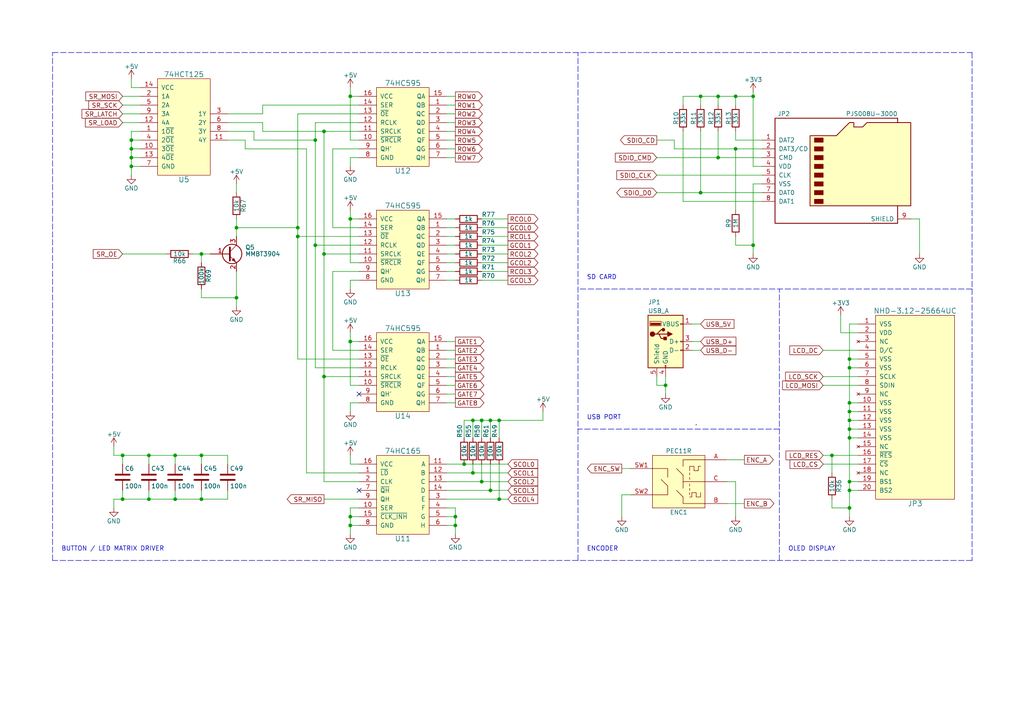
<source format=kicad_sch>
(kicad_sch (version 20211123) (generator eeschema)
  (paper "A4")
  (title_block (title "PER|FORMER eurorack sequencer") (date "2018-10-09") (rev "1.0") (company "westlicht") (comment 1 "cc-by-nc-sa"))
  (lib_symbols
    (symbol "Connector:Micro_SD_Card" (pin_names (offset 1.016))
      (property "Reference" "J" (at -16.51 15.24 0))
      (property "Value" "Micro_SD_Card" (at 16.51 15.24 0))
      (symbol "Micro_SD_Card_1_1"
        (pin bidirectional line (at -22.86 7.62 0) (length 3.81) (name "DAT2") (number "1"))
        (pin bidirectional line (at -22.86 5.08 0) (length 3.81) (name "DAT3/CD") (number "2"))
        (pin input line (at -22.86 2.54 0) (length 3.81) (name "CMD") (number "3"))
        (pin power_in line (at -22.86 0 0) (length 3.81) (name "VDD") (number "4"))
        (pin input line (at -22.86 -2.54 0) (length 3.81) (name "CLK") (number "5"))
        (pin power_in line (at -22.86 -5.08 0) (length 3.81) (name "VSS") (number "6"))
        (pin bidirectional line (at -22.86 -7.62 0) (length 3.81) (name "DAT0") (number "7"))
        (pin bidirectional line (at -22.86 -10.16 0) (length 3.81) (name "DAT1") (number "8"))
        (pin passive line (at 20.32 -15.24 180) (length 3.81) (name "SHIELD") (number "9"))
      )
    )
    (symbol "Connector:USB_A" (pin_names (offset 1.016))
      (property "Reference" "J" (at -5.08 11.43 0))
      (property "Value" "USB_A" (at -5.08 8.89 0))
      (symbol "USB_A_1_1"
        (pin power_in line (at 7.62 5.08 180) (length 2.54) (name "VBUS") (number "1"))
        (pin bidirectional line (at 7.62 -2.54 180) (length 2.54) (name "D-") (number "2"))
        (pin bidirectional line (at 7.62 0 180) (length 2.54) (name "D+") (number "3"))
        (pin power_in line (at 0 -10.16 90) (length 2.54) (name "GND") (number "4"))
        (pin passive line (at -2.54 -10.16 90) (length 2.54) (name "Shield") (number "5"))
      )
    )
    (symbol "Device:C" (pin_numbers hide) (pin_names (offset 0.254))
      (property "Reference" "C" (at 0.635 2.54 0))
      (property "Value" "C" (at 0.635 -2.54 0))
      (symbol "C_1_1"
        (pin passive line (at 0 3.81 270) (length 2.794) (name "~") (number "1"))
        (pin passive line (at 0 -3.81 90) (length 2.794) (name "~") (number "2"))
      )
    )
    (symbol "Device:R" (pin_numbers hide) (pin_names (offset 0))
      (property "Reference" "R" (at 2.032 0 90))
      (property "Value" "R" (at 0 0 90))
      (symbol "R_1_1"
        (pin passive line (at 0 3.81 270) (length 1.27) (name "~") (number "1"))
        (pin passive line (at 0 -3.81 90) (length 1.27) (name "~") (number "2"))
      )
    )
    (symbol "Transistor_BJT:MMBT3904" (pin_names (offset 0) hide)
      (property "Reference" "Q" (at 5.08 1.905 0))
      (property "Value" "MMBT3904" (at 5.08 0 0))
      (symbol "MMBT3904_1_1"
        (pin input line (at -5.08 0 0) (length 5.715) (name "B") (number "1"))
        (pin passive line (at 2.54 -5.08 90) (length 2.54) (name "E") (number "2"))
        (pin passive line (at 2.54 5.08 270) (length 2.54) (name "C") (number "3"))
      )
    )
    (symbol "power:+3.3V" (power) (pin_names (offset 0))
      (property "Value" "+3.3V" (at 0 3.556 0))
      (symbol "+3.3V_1_1"
        (pin power_in line (at 0 0 90) (length 0) hide (name "+3V3") (number "1"))
      )
    )
    (symbol "power:+5V" (power) (pin_names (offset 0))
      (property "Value" "+5V" (at 0 3.556 0))
      (symbol "+5V_1_1"
        (pin power_in line (at 0 0 90) (length 0) hide (name "+5V") (number "1"))
      )
    )
    (symbol "power:GND" (power) (pin_names (offset 0))
      (property "Value" "GND" (at 0 -3.81 0))
      (symbol "GND_1_1"
        (pin power_in line (at 0 0 270) (length 0) hide (name "GND") (number "1"))
      )
    )
    (symbol "w_lcd:NHD-3.12-25664UC" (pin_names (offset 1.016))
      (property "Reference" "J" (at 16.51 -52.07 0))
      (property "Value" "w_lcd_NHD-3.12-25664UC" (at 16.51 3.81 0))
      (symbol "NHD-3.12-25664UC_1_1"
        (pin power_in line (at 0 0 0) (length 5.08) (name "VSS") (number "1"))
        (pin power_in line (at 0 -22.86 0) (length 5.08) (name "VSS") (number "10"))
        (pin power_in line (at 0 -25.4 0) (length 5.08) (name "VSS") (number "11"))
        (pin power_in line (at 0 -27.94 0) (length 5.08) (name "VSS") (number "12"))
        (pin power_in line (at 0 -30.48 0) (length 5.08) (name "VSS") (number "13"))
        (pin power_in line (at 0 -33.02 0) (length 5.08) (name "VSS") (number "14"))
        (pin no_connect line (at 0 -35.56 0) (length 5.08) (name "NC") (number "15"))
        (pin input line (at 0 -38.1 0) (length 5.08) (name "~{RES}") (number "16"))
        (pin input line (at 0 -40.64 0) (length 5.08) (name "~{CS}") (number "17"))
        (pin no_connect line (at 0 -43.18 0) (length 5.08) (name "NC") (number "18"))
        (pin input line (at 0 -45.72 0) (length 5.08) (name "BS1") (number "19"))
        (pin power_in line (at 0 -2.54 0) (length 5.08) (name "VDD") (number "2"))
        (pin input line (at 0 -48.26 0) (length 5.08) (name "BS2") (number "20"))
        (pin no_connect line (at 0 -5.08 0) (length 5.08) (name "NC") (number "3"))
        (pin input line (at 0 -7.62 0) (length 5.08) (name "D/C") (number "4"))
        (pin power_in line (at 0 -10.16 0) (length 5.08) (name "VSS") (number "5"))
        (pin power_in line (at 0 -12.7 0) (length 5.08) (name "VSS") (number "6"))
        (pin input line (at 0 -15.24 0) (length 5.08) (name "SCLK") (number "7"))
        (pin input line (at 0 -17.78 0) (length 5.08) (name "SDIN") (number "8"))
        (pin no_connect line (at 0 -20.32 0) (length 5.08) (name "NC") (number "9"))
      )
    )
    (symbol "w_logic:74HC165" (pin_names (offset 1.016))
      (property "Reference" "U" (at 12.7 -21.59 0))
      (property "Value" "w_logic_74HC165" (at 12.7 3.81 0))
      (symbol "74HC165_1_1"
        (pin input line (at 0 -2.54 0) (length 5.08) (name "~{LD}") (number "1"))
        (pin input line (at 0 -12.7 0) (length 5.08) (name "SER") (number "10"))
        (pin input line (at 25.4 0 180) (length 5.08) (name "A") (number "11"))
        (pin input line (at 25.4 -2.54 180) (length 5.08) (name "B") (number "12"))
        (pin input line (at 25.4 -5.08 180) (length 5.08) (name "C") (number "13"))
        (pin input line (at 25.4 -7.62 180) (length 5.08) (name "D") (number "14"))
        (pin input line (at 0 -15.24 0) (length 5.08) (name "~{CLK_INH}") (number "15"))
        (pin power_in line (at 0 0 0) (length 5.08) (name "VCC") (number "16"))
        (pin input line (at 0 -5.08 0) (length 5.08) (name "CLK") (number "2"))
        (pin input line (at 25.4 -10.16 180) (length 5.08) (name "E") (number "3"))
        (pin input line (at 25.4 -12.7 180) (length 5.08) (name "F") (number "4"))
        (pin input line (at 25.4 -15.24 180) (length 5.08) (name "G") (number "5"))
        (pin input line (at 25.4 -17.78 180) (length 5.08) (name "H") (number "6"))
        (pin output line (at 0 -7.62 0) (length 5.08) (name "~{QH}") (number "7"))
        (pin power_in line (at 0 -17.78 0) (length 5.08) (name "GND") (number "8"))
        (pin output line (at 0 -10.16 0) (length 5.08) (name "QH") (number "9"))
      )
    )
    (symbol "w_logic:74HC595" (pin_names (offset 1.016))
      (property "Reference" "U" (at 12.7 -21.59 0))
      (property "Value" "w_logic_74HC595" (at 12.7 3.81 0))
      (symbol "74HC595_1_1"
        (pin tri_state line (at 25.4 -2.54 180) (length 5.08) (name "QB") (number "1"))
        (pin input line (at 0 -12.7 0) (length 5.08) (name "~{SRCLR}") (number "10"))
        (pin input line (at 0 -10.16 0) (length 5.08) (name "SRCLK") (number "11"))
        (pin input line (at 0 -7.62 0) (length 5.08) (name "RCLK") (number "12"))
        (pin input line (at 0 -5.08 0) (length 5.08) (name "~{OE}") (number "13"))
        (pin input line (at 0 -2.54 0) (length 5.08) (name "SER") (number "14"))
        (pin tri_state line (at 25.4 0 180) (length 5.08) (name "QA") (number "15"))
        (pin power_in line (at 0 0 0) (length 5.08) (name "VCC") (number "16"))
        (pin tri_state line (at 25.4 -5.08 180) (length 5.08) (name "QC") (number "2"))
        (pin tri_state line (at 25.4 -7.62 180) (length 5.08) (name "QD") (number "3"))
        (pin tri_state line (at 25.4 -10.16 180) (length 5.08) (name "QE") (number "4"))
        (pin tri_state line (at 25.4 -12.7 180) (length 5.08) (name "QF") (number "5"))
        (pin tri_state line (at 25.4 -15.24 180) (length 5.08) (name "QG") (number "6"))
        (pin tri_state line (at 25.4 -17.78 180) (length 5.08) (name "QH") (number "7"))
        (pin power_in line (at 0 -17.78 0) (length 5.08) (name "GND") (number "8"))
        (pin output line (at 0 -15.24 0) (length 5.08) (name "QH'") (number "9"))
      )
    )
    (symbol "w_logic:74HCT125" (pin_names (offset 1.016))
      (property "Reference" "U" (at 12.7 -26.67 0))
      (property "Value" "w_logic_74HCT125" (at 12.7 3.81 0))
      (symbol "74HCT125_1_1"
        (pin input line (at 0 -12.7 0) (length 5.08) (name "1~{OE}") (number "1"))
        (pin input line (at 0 -17.78 0) (length 5.08) (name "3~{OE}") (number "10"))
        (pin tri_state line (at 25.4 -15.24 180) (length 5.08) (name "4Y") (number "11"))
        (pin input line (at 0 -10.16 0) (length 5.08) (name "4A") (number "12"))
        (pin input line (at 0 -20.32 0) (length 5.08) (name "4~{OE}") (number "13"))
        (pin input line (at 0 0 0) (length 5.08) (name "VCC") (number "14"))
        (pin input line (at 0 -2.54 0) (length 5.08) (name "1A") (number "2"))
        (pin tri_state line (at 25.4 -7.62 180) (length 5.08) (name "1Y") (number "3"))
        (pin input line (at 0 -15.24 0) (length 5.08) (name "2~{OE}") (number "4"))
        (pin input line (at 0 -5.08 0) (length 5.08) (name "2A") (number "5"))
        (pin tri_state line (at 25.4 -10.16 180) (length 5.08) (name "2Y") (number "6"))
        (pin output line (at 0 -22.86 0) (length 5.08) (name "GND") (number "7"))
        (pin tri_state line (at 25.4 -12.7 180) (length 5.08) (name "3Y") (number "8"))
        (pin input line (at 0 -7.62 0) (length 5.08) (name "3A") (number "9"))
      )
    )
    (symbol "w_rotary_encoder:ALPS-STEC12E08" (pin_names (offset 1.016))
      (property "Reference" "ENC" (at 0 -8.89 0))
      (property "Value" "w_rotary_encoder_ALPS-STEC12E08" (at 0 8.89 0))
      (symbol "ALPS-STEC12E08_1_1"
        (pin passive line (at 13.97 6.35 180) (length 6.35) (name "~") (number "A"))
        (pin passive line (at 13.97 -6.35 180) (length 6.35) (name "~") (number "B"))
        (pin passive line (at 13.97 0 180) (length 6.35) (name "~") (number "C"))
        (pin passive line (at -13.97 3.81 0) (length 6.35) (name "~") (number "SW1"))
        (pin passive line (at -13.97 -3.81 0) (length 6.35) (name "~") (number "SW2"))
      )
    )
  )
  (junction (at 101.6 27.94))
  (junction (at 246.38 139.7))
  (junction (at 101.6 63.5))
  (junction (at 134.62 134.62))
  (junction (at 208.28 45.72))
  (junction (at 93.98 109.22))
  (junction (at 35.56 132.08))
  (junction (at 58.42 144.78))
  (junction (at 38.1 48.26))
  (junction (at 58.42 132.08))
  (junction (at 43.18 132.08))
  (junction (at 246.38 147.32))
  (junction (at 68.58 66.04))
  (junction (at 137.16 121.92))
  (junction (at 213.36 27.94))
  (junction (at 86.36 68.58))
  (junction (at 218.44 71.12))
  (junction (at 86.36 66.04))
  (junction (at 139.7 121.92))
  (junction (at 203.2 55.88))
  (junction (at 144.78 144.78))
  (junction (at 101.6 99.06))
  (junction (at 132.08 152.4))
  (junction (at 246.38 104.14))
  (junction (at 101.6 149.86))
  (junction (at 203.2 27.94))
  (junction (at 91.44 71.12))
  (junction (at 246.38 127))
  (junction (at 50.8 132.08))
  (junction (at 68.58 86.36))
  (junction (at 246.38 116.84))
  (junction (at 58.42 73.66))
  (junction (at 139.7 139.7))
  (junction (at 38.1 43.18))
  (junction (at 246.38 106.68))
  (junction (at 142.24 142.24))
  (junction (at 246.38 119.38))
  (junction (at 137.16 137.16))
  (junction (at 208.28 27.94))
  (junction (at 132.08 149.86))
  (junction (at 213.36 43.18))
  (junction (at 43.18 144.78))
  (junction (at 241.3 132.08))
  (junction (at 35.56 144.78))
  (junction (at 50.8 144.78))
  (junction (at 91.44 40.64))
  (junction (at 142.24 121.92))
  (junction (at 144.78 121.92))
  (junction (at 38.1 45.72))
  (junction (at 101.6 152.4))
  (junction (at 38.1 40.64))
  (junction (at 246.38 121.92))
  (junction (at 93.98 38.1))
  (junction (at 246.38 142.24))
  (junction (at 193.04 111.76))
  (junction (at 246.38 124.46))
  (junction (at 218.44 27.94))
  (junction (at 93.98 73.66))
  (no_connect (at 104.14 142.24))
  (no_connect (at 104.14 114.3))
  (wire (pts (xy 129.54 109.22) (xy 132.08 109.22)))
  (wire (pts (xy 198.12 58.42) (xy 220.98 58.42)))
  (wire (pts (xy 218.44 27.94) (xy 218.44 48.26)))
  (wire (pts (xy 58.42 132.08) (xy 66.04 132.08)))
  (wire (pts (xy 68.58 86.36) (xy 68.58 88.9)))
  (wire (pts (xy 58.42 76.2) (xy 58.42 73.66)))
  (wire (pts (xy 139.7 78.74) (xy 147.32 78.74)))
  (wire (pts (xy 73.66 38.1) (xy 66.04 38.1)))
  (wire (pts (xy 129.54 147.32) (xy 132.08 147.32)))
  (polyline (pts (xy 281.94 162.56) (xy 15.24 162.56)))
  (wire (pts (xy 180.34 135.89) (xy 182.88 135.89)))
  (wire (pts (xy 208.28 45.72) (xy 220.98 45.72)))
  (wire (pts (xy 58.42 86.36) (xy 68.58 86.36)))
  (wire (pts (xy 248.92 93.98) (xy 246.38 93.98)))
  (wire (pts (xy 129.54 144.78) (xy 144.78 144.78)))
  (wire (pts (xy 203.2 55.88) (xy 220.98 55.88)))
  (wire (pts (xy 33.02 144.78) (xy 35.56 144.78)))
  (wire (pts (xy 190.5 109.22) (xy 190.5 111.76)))
  (wire (pts (xy 246.38 106.68) (xy 246.38 116.84)))
  (wire (pts (xy 33.02 132.08) (xy 33.02 129.54)))
  (wire (pts (xy 129.54 68.58) (xy 132.08 68.58)))
  (wire (pts (xy 213.36 27.94) (xy 213.36 30.48)))
  (wire (pts (xy 137.16 127) (xy 137.16 121.92)))
  (wire (pts (xy 248.92 96.52) (xy 243.84 96.52)))
  (wire (pts (xy 93.98 144.78) (xy 104.14 144.78)))
  (wire (pts (xy 101.6 152.4) (xy 104.14 152.4)))
  (wire (pts (xy 137.16 134.62) (xy 137.16 137.16)))
  (wire (pts (xy 35.56 33.02) (xy 40.64 33.02)))
  (wire (pts (xy 38.1 45.72) (xy 38.1 48.26)))
  (wire (pts (xy 246.38 147.32) (xy 246.38 149.86)))
  (wire (pts (xy 91.44 35.56) (xy 91.44 40.64)))
  (wire (pts (xy 200.66 99.06) (xy 203.2 99.06)))
  (wire (pts (xy 129.54 63.5) (xy 132.08 63.5)))
  (wire (pts (xy 134.62 134.62) (xy 147.32 134.62)))
  (wire (pts (xy 129.54 111.76) (xy 132.08 111.76)))
  (wire (pts (xy 198.12 27.94) (xy 203.2 27.94)))
  (wire (pts (xy 218.44 71.12) (xy 218.44 73.66)))
  (wire (pts (xy 35.56 132.08) (xy 43.18 132.08)))
  (wire (pts (xy 68.58 78.74) (xy 68.58 86.36)))
  (wire (pts (xy 76.2 30.48) (xy 104.14 30.48)))
  (wire (pts (xy 147.32 66.04) (xy 139.7 66.04)))
  (wire (pts (xy 241.3 144.78) (xy 241.3 147.32)))
  (wire (pts (xy 144.78 121.92) (xy 157.48 121.92)))
  (wire (pts (xy 104.14 147.32) (xy 101.6 147.32)))
  (wire (pts (xy 104.14 45.72) (xy 101.6 45.72)))
  (wire (pts (xy 58.42 73.66) (xy 60.96 73.66)))
  (polyline (pts (xy 226.06 162.56) (xy 226.06 83.82)))
  (wire (pts (xy 246.38 124.46) (xy 248.92 124.46)))
  (wire (pts (xy 193.04 111.76) (xy 193.04 114.3)))
  (wire (pts (xy 43.18 132.08) (xy 43.18 134.62)))
  (wire (pts (xy 243.84 96.52) (xy 243.84 91.44)))
  (wire (pts (xy 142.24 134.62) (xy 142.24 142.24)))
  (wire (pts (xy 66.04 144.78) (xy 66.04 142.24)))
  (wire (pts (xy 266.7 63.5) (xy 266.7 73.66)))
  (wire (pts (xy 38.1 38.1) (xy 38.1 40.64)))
  (wire (pts (xy 50.8 132.08) (xy 50.8 134.62)))
  (wire (pts (xy 104.14 43.18) (xy 96.52 43.18)))
  (wire (pts (xy 76.2 38.1) (xy 93.98 38.1)))
  (wire (pts (xy 139.7 71.12) (xy 147.32 71.12)))
  (wire (pts (xy 218.44 53.34) (xy 220.98 53.34)))
  (wire (pts (xy 246.38 139.7) (xy 248.92 139.7)))
  (wire (pts (xy 208.28 30.48) (xy 208.28 27.94)))
  (wire (pts (xy 203.2 30.48) (xy 203.2 27.94)))
  (wire (pts (xy 132.08 149.86) (xy 132.08 152.4)))
  (wire (pts (xy 68.58 63.5) (xy 68.58 66.04)))
  (wire (pts (xy 139.7 127) (xy 139.7 121.92)))
  (wire (pts (xy 104.14 71.12) (xy 91.44 71.12)))
  (wire (pts (xy 101.6 152.4) (xy 101.6 154.94)))
  (wire (pts (xy 33.02 144.78) (xy 33.02 147.32)))
  (wire (pts (xy 129.54 43.18) (xy 132.08 43.18)))
  (wire (pts (xy 50.8 144.78) (xy 58.42 144.78)))
  (wire (pts (xy 264.16 63.5) (xy 266.7 63.5)))
  (wire (pts (xy 139.7 81.28) (xy 147.32 81.28)))
  (wire (pts (xy 93.98 139.7) (xy 104.14 139.7)))
  (wire (pts (xy 66.04 40.64) (xy 71.12 40.64)))
  (wire (pts (xy 73.66 40.64) (xy 73.66 38.1)))
  (wire (pts (xy 157.48 121.92) (xy 157.48 119.38)))
  (wire (pts (xy 91.44 35.56) (xy 104.14 35.56)))
  (wire (pts (xy 210.82 133.35) (xy 215.9 133.35)))
  (wire (pts (xy 129.54 27.94) (xy 132.08 27.94)))
  (wire (pts (xy 43.18 144.78) (xy 50.8 144.78)))
  (wire (pts (xy 218.44 26.67) (xy 218.44 27.94)))
  (wire (pts (xy 104.14 81.28) (xy 101.6 81.28)))
  (wire (pts (xy 40.64 38.1) (xy 38.1 38.1)))
  (wire (pts (xy 246.38 127) (xy 248.92 127)))
  (wire (pts (xy 238.76 132.08) (xy 241.3 132.08)))
  (wire (pts (xy 86.36 33.02) (xy 104.14 33.02)))
  (wire (pts (xy 220.98 40.64) (xy 213.36 40.64)))
  (wire (pts (xy 68.58 53.34) (xy 68.58 55.88)))
  (wire (pts (xy 190.5 111.76) (xy 193.04 111.76)))
  (wire (pts (xy 58.42 83.82) (xy 58.42 86.36)))
  (wire (pts (xy 246.38 116.84) (xy 246.38 119.38)))
  (wire (pts (xy 246.38 127) (xy 246.38 139.7)))
  (wire (pts (xy 139.7 68.58) (xy 147.32 68.58)))
  (wire (pts (xy 43.18 132.08) (xy 50.8 132.08)))
  (wire (pts (xy 96.52 66.04) (xy 104.14 66.04)))
  (wire (pts (xy 134.62 127) (xy 134.62 121.92)))
  (wire (pts (xy 129.54 137.16) (xy 137.16 137.16)))
  (wire (pts (xy 144.78 144.78) (xy 147.32 144.78)))
  (wire (pts (xy 213.36 27.94) (xy 218.44 27.94)))
  (wire (pts (xy 101.6 134.62) (xy 104.14 134.62)))
  (wire (pts (xy 91.44 40.64) (xy 73.66 40.64)))
  (wire (pts (xy 213.36 71.12) (xy 218.44 71.12)))
  (wire (pts (xy 96.52 43.18) (xy 96.52 66.04)))
  (wire (pts (xy 129.54 30.48) (xy 132.08 30.48)))
  (wire (pts (xy 137.16 121.92) (xy 139.7 121.92)))
  (wire (pts (xy 76.2 30.48) (xy 76.2 33.02)))
  (wire (pts (xy 104.14 78.74) (xy 96.52 78.74)))
  (wire (pts (xy 210.82 139.7) (xy 213.36 139.7)))
  (wire (pts (xy 238.76 134.62) (xy 248.92 134.62)))
  (wire (pts (xy 200.66 101.6) (xy 203.2 101.6)))
  (polyline (pts (xy 281.94 15.24) (xy 281.94 162.56)))
  (wire (pts (xy 129.54 116.84) (xy 132.08 116.84)))
  (wire (pts (xy 213.36 68.58) (xy 213.36 71.12)))
  (wire (pts (xy 88.9 137.16) (xy 104.14 137.16)))
  (wire (pts (xy 246.38 142.24) (xy 248.92 142.24)))
  (wire (pts (xy 190.5 55.88) (xy 203.2 55.88)))
  (wire (pts (xy 246.38 106.68) (xy 248.92 106.68)))
  (wire (pts (xy 129.54 142.24) (xy 142.24 142.24)))
  (wire (pts (xy 68.58 66.04) (xy 68.58 68.58)))
  (wire (pts (xy 195.58 40.64) (xy 190.5 40.64)))
  (wire (pts (xy 40.64 48.26) (xy 38.1 48.26)))
  (wire (pts (xy 213.36 43.18) (xy 213.36 60.96)))
  (wire (pts (xy 142.24 127) (xy 142.24 121.92)))
  (wire (pts (xy 38.1 40.64) (xy 38.1 43.18)))
  (wire (pts (xy 55.88 73.66) (xy 58.42 73.66)))
  (wire (pts (xy 129.54 40.64) (xy 132.08 40.64)))
  (wire (pts (xy 246.38 104.14) (xy 246.38 106.68)))
  (wire (pts (xy 129.54 71.12) (xy 132.08 71.12)))
  (wire (pts (xy 35.56 142.24) (xy 35.56 144.78)))
  (wire (pts (xy 58.42 144.78) (xy 58.42 142.24)))
  (wire (pts (xy 144.78 121.92) (xy 144.78 127)))
  (wire (pts (xy 142.24 121.92) (xy 144.78 121.92)))
  (wire (pts (xy 33.02 132.08) (xy 35.56 132.08)))
  (wire (pts (xy 71.12 40.64) (xy 71.12 43.18)))
  (wire (pts (xy 101.6 116.84) (xy 101.6 119.38)))
  (wire (pts (xy 129.54 104.14) (xy 132.08 104.14)))
  (wire (pts (xy 238.76 109.22) (xy 248.92 109.22)))
  (wire (pts (xy 129.54 76.2) (xy 132.08 76.2)))
  (wire (pts (xy 38.1 22.86) (xy 38.1 25.4)))
  (wire (pts (xy 93.98 73.66) (xy 93.98 109.22)))
  (wire (pts (xy 241.3 147.32) (xy 246.38 147.32)))
  (wire (pts (xy 198.12 38.1) (xy 198.12 58.42)))
  (wire (pts (xy 193.04 109.22) (xy 193.04 111.76)))
  (wire (pts (xy 129.54 152.4) (xy 132.08 152.4)))
  (wire (pts (xy 48.26 73.66) (xy 35.56 73.66)))
  (wire (pts (xy 241.3 132.08) (xy 241.3 137.16)))
  (wire (pts (xy 58.42 144.78) (xy 66.04 144.78)))
  (wire (pts (xy 246.38 121.92) (xy 246.38 124.46)))
  (wire (pts (xy 101.6 132.08) (xy 101.6 134.62)))
  (wire (pts (xy 86.36 66.04) (xy 86.36 68.58)))
  (wire (pts (xy 76.2 35.56) (xy 66.04 35.56)))
  (polyline (pts (xy 167.64 162.56) (xy 167.64 15.24)))
  (wire (pts (xy 101.6 27.94) (xy 104.14 27.94)))
  (wire (pts (xy 101.6 81.28) (xy 101.6 83.82)))
  (wire (pts (xy 66.04 132.08) (xy 66.04 134.62)))
  (wire (pts (xy 50.8 142.24) (xy 50.8 144.78)))
  (wire (pts (xy 101.6 147.32) (xy 101.6 149.86)))
  (polyline (pts (xy 281.94 83.82) (xy 167.64 83.82)))
  (wire (pts (xy 203.2 27.94) (xy 208.28 27.94)))
  (wire (pts (xy 129.54 73.66) (xy 132.08 73.66)))
  (wire (pts (xy 101.6 45.72) (xy 101.6 48.26)))
  (wire (pts (xy 91.44 40.64) (xy 91.44 71.12)))
  (wire (pts (xy 91.44 106.68) (xy 104.14 106.68)))
  (wire (pts (xy 86.36 104.14) (xy 104.14 104.14)))
  (wire (pts (xy 35.56 35.56) (xy 40.64 35.56)))
  (wire (pts (xy 129.54 38.1) (xy 132.08 38.1)))
  (wire (pts (xy 71.12 43.18) (xy 88.9 43.18)))
  (wire (pts (xy 139.7 139.7) (xy 147.32 139.7)))
  (wire (pts (xy 129.54 33.02) (xy 132.08 33.02)))
  (wire (pts (xy 40.64 40.64) (xy 38.1 40.64)))
  (wire (pts (xy 101.6 111.76) (xy 104.14 111.76)))
  (wire (pts (xy 218.44 48.26) (xy 220.98 48.26)))
  (wire (pts (xy 101.6 99.06) (xy 104.14 99.06)))
  (wire (pts (xy 50.8 132.08) (xy 58.42 132.08)))
  (wire (pts (xy 93.98 38.1) (xy 104.14 38.1)))
  (wire (pts (xy 40.64 45.72) (xy 38.1 45.72)))
  (wire (pts (xy 40.64 43.18) (xy 38.1 43.18)))
  (wire (pts (xy 208.28 38.1) (xy 208.28 45.72)))
  (wire (pts (xy 93.98 109.22) (xy 93.98 139.7)))
  (wire (pts (xy 180.34 143.51) (xy 180.34 149.86)))
  (wire (pts (xy 213.36 40.64) (xy 213.36 38.1)))
  (wire (pts (xy 139.7 76.2) (xy 147.32 76.2)))
  (wire (pts (xy 129.54 114.3) (xy 132.08 114.3)))
  (wire (pts (xy 190.5 45.72) (xy 208.28 45.72)))
  (wire (pts (xy 101.6 63.5) (xy 101.6 76.2)))
  (wire (pts (xy 129.54 106.68) (xy 132.08 106.68)))
  (wire (pts (xy 93.98 38.1) (xy 93.98 73.66)))
  (wire (pts (xy 129.54 45.72) (xy 132.08 45.72)))
  (wire (pts (xy 195.58 43.18) (xy 213.36 43.18)))
  (wire (pts (xy 86.36 68.58) (xy 86.36 104.14)))
  (wire (pts (xy 210.82 146.05) (xy 215.9 146.05)))
  (wire (pts (xy 96.52 78.74) (xy 96.52 101.6)))
  (wire (pts (xy 241.3 132.08) (xy 248.92 132.08)))
  (wire (pts (xy 43.18 142.24) (xy 43.18 144.78)))
  (wire (pts (xy 35.56 144.78) (xy 43.18 144.78)))
  (wire (pts (xy 203.2 93.98) (xy 200.66 93.98)))
  (wire (pts (xy 139.7 73.66) (xy 147.32 73.66)))
  (wire (pts (xy 129.54 99.06) (xy 132.08 99.06)))
  (wire (pts (xy 96.52 101.6) (xy 104.14 101.6)))
  (wire (pts (xy 182.88 143.51) (xy 180.34 143.51)))
  (wire (pts (xy 104.14 116.84) (xy 101.6 116.84)))
  (wire (pts (xy 218.44 53.34) (xy 218.44 71.12)))
  (wire (pts (xy 101.6 96.52) (xy 101.6 99.06)))
  (wire (pts (xy 93.98 73.66) (xy 104.14 73.66)))
  (wire (pts (xy 101.6 40.64) (xy 104.14 40.64)))
  (wire (pts (xy 139.7 63.5) (xy 147.32 63.5)))
  (wire (pts (xy 246.38 142.24) (xy 246.38 147.32)))
  (wire (pts (xy 139.7 121.92) (xy 142.24 121.92)))
  (wire (pts (xy 137.16 137.16) (xy 147.32 137.16)))
  (wire (pts (xy 246.38 119.38) (xy 248.92 119.38)))
  (wire (pts (xy 139.7 134.62) (xy 139.7 139.7)))
  (wire (pts (xy 195.58 43.18) (xy 195.58 40.64)))
  (wire (pts (xy 246.38 119.38) (xy 246.38 121.92)))
  (wire (pts (xy 88.9 43.18) (xy 88.9 137.16)))
  (wire (pts (xy 238.76 101.6) (xy 248.92 101.6)))
  (wire (pts (xy 144.78 134.62) (xy 144.78 144.78)))
  (wire (pts (xy 198.12 30.48) (xy 198.12 27.94)))
  (wire (pts (xy 38.1 25.4) (xy 40.64 25.4)))
  (wire (pts (xy 101.6 25.4) (xy 101.6 27.94)))
  (wire (pts (xy 238.76 111.76) (xy 248.92 111.76)))
  (wire (pts (xy 101.6 76.2) (xy 104.14 76.2)))
  (wire (pts (xy 101.6 27.94) (xy 101.6 40.64)))
  (wire (pts (xy 246.38 104.14) (xy 248.92 104.14)))
  (wire (pts (xy 129.54 101.6) (xy 132.08 101.6)))
  (wire (pts (xy 246.38 116.84) (xy 248.92 116.84)))
  (wire (pts (xy 76.2 38.1) (xy 76.2 35.56)))
  (wire (pts (xy 101.6 149.86) (xy 101.6 152.4)))
  (wire (pts (xy 58.42 132.08) (xy 58.42 134.62)))
  (wire (pts (xy 35.56 132.08) (xy 35.56 134.62)))
  (wire (pts (xy 93.98 109.22) (xy 104.14 109.22)))
  (wire (pts (xy 129.54 134.62) (xy 134.62 134.62)))
  (wire (pts (xy 129.54 66.04) (xy 132.08 66.04)))
  (wire (pts (xy 35.56 30.48) (xy 40.64 30.48)))
  (wire (pts (xy 91.44 71.12) (xy 91.44 106.68)))
  (wire (pts (xy 203.2 38.1) (xy 203.2 55.88)))
  (wire (pts (xy 190.5 50.8) (xy 220.98 50.8)))
  (wire (pts (xy 213.36 43.18) (xy 220.98 43.18)))
  (wire (pts (xy 35.56 27.94) (xy 40.64 27.94)))
  (wire (pts (xy 129.54 78.74) (xy 132.08 78.74)))
  (wire (pts (xy 132.08 147.32) (xy 132.08 149.86)))
  (wire (pts (xy 129.54 149.86) (xy 132.08 149.86)))
  (wire (pts (xy 246.38 93.98) (xy 246.38 104.14)))
  (wire (pts (xy 129.54 35.56) (xy 132.08 35.56)))
  (wire (pts (xy 38.1 43.18) (xy 38.1 45.72)))
  (wire (pts (xy 101.6 63.5) (xy 104.14 63.5)))
  (wire (pts (xy 246.38 124.46) (xy 246.38 127)))
  (wire (pts (xy 104.14 149.86) (xy 101.6 149.86)))
  (wire (pts (xy 101.6 60.96) (xy 101.6 63.5)))
  (wire (pts (xy 246.38 121.92) (xy 248.92 121.92)))
  (wire (pts (xy 86.36 33.02) (xy 86.36 66.04)))
  (polyline (pts (xy 15.24 162.56) (xy 15.24 15.24)))
  (wire (pts (xy 246.38 139.7) (xy 246.38 142.24)))
  (wire (pts (xy 68.58 66.04) (xy 86.36 66.04)))
  (wire (pts (xy 208.28 27.94) (xy 213.36 27.94)))
  (wire (pts (xy 132.08 152.4) (xy 132.08 154.94)))
  (wire (pts (xy 76.2 33.02) (xy 66.04 33.02)))
  (wire (pts (xy 129.54 139.7) (xy 139.7 139.7)))
  (wire (pts (xy 134.62 121.92) (xy 137.16 121.92)))
  (wire (pts (xy 104.14 68.58) (xy 86.36 68.58)))
  (polyline (pts (xy 15.24 15.24) (xy 281.94 15.24)))
  (polyline (pts (xy 226.06 124.46) (xy 167.64 124.46)))
  (wire (pts (xy 213.36 139.7) (xy 213.36 149.86)))
  (wire (pts (xy 129.54 81.28) (xy 132.08 81.28)))
  (wire (pts (xy 101.6 99.06) (xy 101.6 111.76)))
  (wire (pts (xy 38.1 48.26) (xy 38.1 50.8)))
  (wire (pts (xy 142.24 142.24) (xy 147.32 142.24)))
  (text "OLED DISPLAY" (at 228.6 160.02 0) (effects (font (size 1.2954 1.2954)) (justify left bottom)))
  (text "USB PORT" (at 170.18 121.92 0) (effects (font (size 1.2954 1.2954)) (justify left bottom)))
  (text "BUTTON / LED MATRIX DRIVER" (at 17.78 160.02 0) (effects (font (size 1.2954 1.2954)) (justify left bottom)))
  (text "ENCODER" (at 170.18 160.02 0) (effects (font (size 1.2954 1.2954)) (justify left bottom)))
  (text "SD CARD" (at 170.18 81.28 0) (effects (font (size 1.2954 1.2954)) (justify left bottom)))
  (global_label "LCD_RES" (shape input) (at 238.76 132.08 180) (effects (font (size 1.2954 1.2954))) (property "Intersheet References" "${INTERSHEET_REFS}" (effects hide)))
  (global_label "LCD_SCK" (shape input) (at 238.76 109.22 180) (effects (font (size 1.2954 1.2954))) (property "Intersheet References" "${INTERSHEET_REFS}" (effects hide)))
  (global_label "GATE1" (shape output) (at 132.08 99.06 0) (effects (font (size 1.2954 1.2954))) (property "Intersheet References" "${INTERSHEET_REFS}" (effects hide)))
  (global_label "USB_D+" (shape input) (at 203.2 99.06 0) (effects (font (size 1.2954 1.2954))) (property "Intersheet References" "${INTERSHEET_REFS}" (effects hide)))
  (global_label "SR_OE" (shape input) (at 35.56 73.66 180) (effects (font (size 1.2954 1.2954))) (property "Intersheet References" "${INTERSHEET_REFS}" (effects hide)))
  (global_label "SCOL2" (shape input) (at 147.32 139.7 0) (effects (font (size 1.2954 1.2954))) (property "Intersheet References" "${INTERSHEET_REFS}" (effects hide)))
  (global_label "ROW4" (shape output) (at 132.08 38.1 0) (effects (font (size 1.2954 1.2954))) (property "Intersheet References" "${INTERSHEET_REFS}" (effects hide)))
  (global_label "ROW5" (shape output) (at 132.08 40.64 0) (effects (font (size 1.2954 1.2954))) (property "Intersheet References" "${INTERSHEET_REFS}" (effects hide)))
  (global_label "ROW1" (shape output) (at 132.08 30.48 0) (effects (font (size 1.2954 1.2954))) (property "Intersheet References" "${INTERSHEET_REFS}" (effects hide)))
  (global_label "GATE2" (shape output) (at 132.08 101.6 0) (effects (font (size 1.2954 1.2954))) (property "Intersheet References" "${INTERSHEET_REFS}" (effects hide)))
  (global_label "ROW6" (shape output) (at 132.08 43.18 0) (effects (font (size 1.2954 1.2954))) (property "Intersheet References" "${INTERSHEET_REFS}" (effects hide)))
  (global_label "GCOL0" (shape output) (at 147.32 66.04 0) (effects (font (size 1.2954 1.2954))) (property "Intersheet References" "${INTERSHEET_REFS}" (effects hide)))
  (global_label "ROW7" (shape output) (at 132.08 45.72 0) (effects (font (size 1.2954 1.2954))) (property "Intersheet References" "${INTERSHEET_REFS}" (effects hide)))
  (global_label "RCOL2" (shape output) (at 147.32 73.66 0) (effects (font (size 1.2954 1.2954))) (property "Intersheet References" "${INTERSHEET_REFS}" (effects hide)))
  (global_label "GATE4" (shape output) (at 132.08 106.68 0) (effects (font (size 1.2954 1.2954))) (property "Intersheet References" "${INTERSHEET_REFS}" (effects hide)))
  (global_label "SCOL1" (shape input) (at 147.32 137.16 0) (effects (font (size 1.2954 1.2954))) (property "Intersheet References" "${INTERSHEET_REFS}" (effects hide)))
  (global_label "SR_SCK" (shape input) (at 35.56 30.48 180) (effects (font (size 1.2954 1.2954))) (property "Intersheet References" "${INTERSHEET_REFS}" (effects hide)))
  (global_label "RCOL1" (shape output) (at 147.32 68.58 0) (effects (font (size 1.2954 1.2954))) (property "Intersheet References" "${INTERSHEET_REFS}" (effects hide)))
  (global_label "SCOL4" (shape input) (at 147.32 144.78 0) (effects (font (size 1.2954 1.2954))) (property "Intersheet References" "${INTERSHEET_REFS}" (effects hide)))
  (global_label "LCD_CS" (shape input) (at 238.76 134.62 180) (effects (font (size 1.2954 1.2954))) (property "Intersheet References" "${INTERSHEET_REFS}" (effects hide)))
  (global_label "ROW3" (shape output) (at 132.08 35.56 0) (effects (font (size 1.2954 1.2954))) (property "Intersheet References" "${INTERSHEET_REFS}" (effects hide)))
  (global_label "GCOL3" (shape output) (at 147.32 81.28 0) (effects (font (size 1.2954 1.2954))) (property "Intersheet References" "${INTERSHEET_REFS}" (effects hide)))
  (global_label "USB_5V" (shape input) (at 203.2 93.98 0) (effects (font (size 1.2954 1.2954))) (property "Intersheet References" "${INTERSHEET_REFS}" (effects hide)))
  (global_label "RCOL0" (shape output) (at 147.32 63.5 0) (effects (font (size 1.2954 1.2954))) (property "Intersheet References" "${INTERSHEET_REFS}" (effects hide)))
  (global_label "LCD_MOSI" (shape input) (at 238.76 111.76 180) (effects (font (size 1.2954 1.2954))) (property "Intersheet References" "${INTERSHEET_REFS}" (effects hide)))
  (global_label "GATE5" (shape output) (at 132.08 109.22 0) (effects (font (size 1.2954 1.2954))) (property "Intersheet References" "${INTERSHEET_REFS}" (effects hide)))
  (global_label "ROW2" (shape output) (at 132.08 33.02 0) (effects (font (size 1.2954 1.2954))) (property "Intersheet References" "${INTERSHEET_REFS}" (effects hide)))
  (global_label "GCOL2" (shape output) (at 147.32 76.2 0) (effects (font (size 1.2954 1.2954))) (property "Intersheet References" "${INTERSHEET_REFS}" (effects hide)))
  (global_label "ENC_B" (shape output) (at 215.9 146.05 0) (effects (font (size 1.2954 1.2954))) (property "Intersheet References" "${INTERSHEET_REFS}" (effects hide)))
  (global_label "GCOL1" (shape output) (at 147.32 71.12 0) (effects (font (size 1.2954 1.2954))) (property "Intersheet References" "${INTERSHEET_REFS}" (effects hide)))
  (global_label "SDIO_CD" (shape output) (at 190.5 40.64 180) (effects (font (size 1.2954 1.2954))) (property "Intersheet References" "${INTERSHEET_REFS}" (effects hide)))
  (global_label "ENC_SW" (shape output) (at 180.34 135.89 180) (effects (font (size 1.2954 1.2954))) (property "Intersheet References" "${INTERSHEET_REFS}" (effects hide)))
  (global_label "SCOL3" (shape input) (at 147.32 142.24 0) (effects (font (size 1.2954 1.2954))) (property "Intersheet References" "${INTERSHEET_REFS}" (effects hide)))
  (global_label "GATE7" (shape output) (at 132.08 114.3 0) (effects (font (size 1.2954 1.2954))) (property "Intersheet References" "${INTERSHEET_REFS}" (effects hide)))
  (global_label "ENC_A" (shape output) (at 215.9 133.35 0) (effects (font (size 1.2954 1.2954))) (property "Intersheet References" "${INTERSHEET_REFS}" (effects hide)))
  (global_label "SDIO_D0" (shape bidirectional) (at 190.5 55.88 180) (effects (font (size 1.2954 1.2954))) (property "Intersheet References" "${INTERSHEET_REFS}" (effects hide)))
  (global_label "SCOL0" (shape input) (at 147.32 134.62 0) (effects (font (size 1.2954 1.2954))) (property "Intersheet References" "${INTERSHEET_REFS}" (effects hide)))
  (global_label "SR_MOSI" (shape input) (at 35.56 27.94 180) (effects (font (size 1.2954 1.2954))) (property "Intersheet References" "${INTERSHEET_REFS}" (effects hide)))
  (global_label "GATE3" (shape output) (at 132.08 104.14 0) (effects (font (size 1.2954 1.2954))) (property "Intersheet References" "${INTERSHEET_REFS}" (effects hide)))
  (global_label "ROW0" (shape output) (at 132.08 27.94 0) (effects (font (size 1.2954 1.2954))) (property "Intersheet References" "${INTERSHEET_REFS}" (effects hide)))
  (global_label "RCOL3" (shape output) (at 147.32 78.74 0) (effects (font (size 1.2954 1.2954))) (property "Intersheet References" "${INTERSHEET_REFS}" (effects hide)))
  (global_label "SDIO_CLK" (shape input) (at 190.5 50.8 180) (effects (font (size 1.2954 1.2954))) (property "Intersheet References" "${INTERSHEET_REFS}" (effects hide)))
  (global_label "GATE8" (shape output) (at 132.08 116.84 0) (effects (font (size 1.2954 1.2954))) (property "Intersheet References" "${INTERSHEET_REFS}" (effects hide)))
  (global_label "GATE6" (shape output) (at 132.08 111.76 0) (effects (font (size 1.2954 1.2954))) (property "Intersheet References" "${INTERSHEET_REFS}" (effects hide)))
  (global_label "SR_MISO" (shape output) (at 93.98 144.78 180) (effects (font (size 1.2954 1.2954))) (property "Intersheet References" "${INTERSHEET_REFS}" (effects hide)))
  (global_label "LCD_DC" (shape input) (at 238.76 101.6 180) (effects (font (size 1.2954 1.2954))) (property "Intersheet References" "${INTERSHEET_REFS}" (effects hide)))
  (global_label "SR_LOAD" (shape input) (at 35.56 35.56 180) (effects (font (size 1.2954 1.2954))) (property "Intersheet References" "${INTERSHEET_REFS}" (effects hide)))
  (global_label "SDIO_CMD" (shape input) (at 190.5 45.72 180) (effects (font (size 1.2954 1.2954))) (property "Intersheet References" "${INTERSHEET_REFS}" (effects hide)))
  (global_label "SR_LATCH" (shape input) (at 35.56 33.02 180) (effects (font (size 1.2954 1.2954))) (property "Intersheet References" "${INTERSHEET_REFS}" (effects hide)))
  (global_label "USB_D-" (shape input) (at 203.2 101.6 0) (effects (font (size 1.2954 1.2954))) (property "Intersheet References" "${INTERSHEET_REFS}" (effects hide)))
  (symbol (lib_id "w_rotary_encoder:ALPS-STEC12E08") (at 196.85 139.7 0) (unit 1)
    (property "Reference" "ENC1" (at 196.85 148.59 0))
    (property "Value" "PEC11R" (at 196.85 130.81 0))
    (property "Footprint" "w_rotary_encoder:ALPS_STEC12E08" (effects hide))
    (property "Datasheet" "http://datasheet.octopart.com/PEC11R-4220F-S0024-Bourns-datasheet-68303416.pdf" (effects hide))
    (property "MFN" "Bourns" (effects hide))
    (property "MFP" "PEC11R-4220F-S0024" (effects hide))
  )
  (symbol (lib_id "w_logic:74HC165") (at 104.14 134.62 0) (unit 1)
    (property "Reference" "U11" (at 116.84 156.21 0) (effects (font (size 1.524 1.524))))
    (property "Value" "74HC165" (at 116.84 130.81 0) (effects (font (size 1.524 1.524))))
    (property "Footprint" "Package_SO:SOIC-16_3.9x9.9mm_P1.27mm" (effects hide))
    (property "Datasheet" "https://octopart.com/click/track?ct=datasheets&hlid=24916538&ppid=35776&sid=370&sig=03765d0" (effects hide))
    (property "MFN" "Texas Instruments" (effects hide))
    (property "MFP" "SN74HC165D" (effects hide))
    (property "Package" "SOIC-16" (effects hide))
  )
  (symbol (lib_id "w_logic:74HC595") (at 104.14 27.94 0) (unit 1)
    (property "Reference" "U12" (at 116.84 49.53 0) (effects (font (size 1.524 1.524))))
    (property "Value" "74HC595" (at 116.84 24.13 0) (effects (font (size 1.524 1.524))))
    (property "Footprint" "Package_SO:SOIC-16_3.9x9.9mm_P1.27mm" (effects hide))
    (property "Datasheet" "https://octopart.com/click/track?ct=datasheets&hlid=24917219&ppid=44183&sid=370&sig=036bbbe" (effects hide))
    (property "MFN" "Texas Instruments" (effects hide))
    (property "MFP" "SN74HC595D" (effects hide))
    (property "Package" "SOIC-16" (effects hide))
  )
  (symbol (lib_id "w_logic:74HC595") (at 104.14 63.5 0) (unit 1)
    (property "Reference" "U13" (at 116.84 85.09 0) (effects (font (size 1.524 1.524))))
    (property "Value" "74HC595" (at 116.84 59.69 0) (effects (font (size 1.524 1.524))))
    (property "Footprint" "Package_SO:SOIC-16_3.9x9.9mm_P1.27mm" (effects hide))
    (property "Datasheet" "https://octopart.com/click/track?ct=datasheets&hlid=24917219&ppid=44183&sid=370&sig=036bbbe" (effects hide))
    (property "MFN" "Texas Instruments" (effects hide))
    (property "MFP" "SN74HC595D" (effects hide))
    (property "Package" "SOIC-16" (effects hide))
  )
  (symbol (lib_id "w_logic:74HC595") (at 104.14 99.06 0) (unit 1)
    (property "Reference" "U14" (at 116.84 120.65 0) (effects (font (size 1.524 1.524))))
    (property "Value" "74HC595" (at 116.84 95.25 0) (effects (font (size 1.524 1.524))))
    (property "Footprint" "Package_SO:SOIC-16_3.9x9.9mm_P1.27mm" (effects hide))
    (property "Datasheet" "https://octopart.com/click/track?ct=datasheets&hlid=24917219&ppid=44183&sid=370&sig=036bbbe" (effects hide))
    (property "MFN" "Texas Instruments" (effects hide))
    (property "MFP" "SN74HC595D" (effects hide))
    (property "Package" "SOIC-16" (effects hide))
  )
  (symbol (lib_id "power:GND") (at 101.6 119.38 0) (unit 1)
    (property "Reference" "#PWR01" (effects hide))
    (property "Value" "GND" (at 101.6 123.19 0))
  )
  (symbol (lib_id "power:GND") (at 101.6 83.82 0) (unit 1)
    (property "Reference" "#PWR02" (effects hide))
    (property "Value" "GND" (at 101.6 87.63 0))
  )
  (symbol (lib_id "power:GND") (at 101.6 48.26 0) (unit 1)
    (property "Reference" "#PWR03" (effects hide))
    (property "Value" "GND" (at 101.6 52.07 0))
  )
  (symbol (lib_id "power:+5V") (at 101.6 25.4 0) (unit 1)
    (property "Reference" "#PWR04" (effects hide))
    (property "Value" "+5V" (at 101.6 21.844 0))
  )
  (symbol (lib_id "power:+5V") (at 101.6 60.96 0) (unit 1)
    (property "Reference" "#PWR05" (effects hide))
    (property "Value" "+5V" (at 101.6 57.404 0))
  )
  (symbol (lib_id "power:+5V") (at 101.6 96.52 0) (unit 1)
    (property "Reference" "#PWR06" (effects hide))
    (property "Value" "+5V" (at 101.6 92.964 0))
  )
  (symbol (lib_id "Device:C") (at 35.56 138.43 0) (unit 1)
    (property "Reference" "C6" (at 36.195 135.89 0) (effects (justify left)))
    (property "Value" "100n" (at 36.195 140.97 0) (effects (justify left)))
    (property "Footprint" "w_capacitor:C_0603" (effects hide))
    (property "Datasheet" "http://datasheet.octopart.com/GRM188R71E104JA01J-Murata-datasheet-66077098.pdf" (effects hide))
    (property "MFN" "Murata" (effects hide))
    (property "MFP" "GRM188R71E104JA01J" (effects hide))
    (property "Package" "0603" (effects hide))
  )
  (symbol (lib_id "Device:C") (at 43.18 138.43 0) (unit 1)
    (property "Reference" "C43" (at 43.815 135.89 0) (effects (justify left)))
    (property "Value" "100n" (at 43.815 140.97 0) (effects (justify left)))
    (property "Footprint" "w_capacitor:C_0603" (effects hide))
    (property "Datasheet" "http://datasheet.octopart.com/GRM188R71E104JA01J-Murata-datasheet-66077098.pdf" (effects hide))
    (property "MFN" "Murata" (effects hide))
    (property "MFP" "GRM188R71E104JA01J" (effects hide))
    (property "Package" "0603" (effects hide))
  )
  (symbol (lib_id "Device:C") (at 50.8 138.43 0) (unit 1)
    (property "Reference" "C44" (at 51.435 135.89 0) (effects (justify left)))
    (property "Value" "100n" (at 51.435 140.97 0) (effects (justify left)))
    (property "Footprint" "w_capacitor:C_0603" (effects hide))
    (property "Datasheet" "http://datasheet.octopart.com/GRM188R71E104JA01J-Murata-datasheet-66077098.pdf" (effects hide))
    (property "MFN" "Murata" (effects hide))
    (property "MFP" "GRM188R71E104JA01J" (effects hide))
    (property "Package" "0603" (effects hide))
  )
  (symbol (lib_id "Device:C") (at 58.42 138.43 0) (unit 1)
    (property "Reference" "C45" (at 59.055 135.89 0) (effects (justify left)))
    (property "Value" "100n" (at 59.055 140.97 0) (effects (justify left)))
    (property "Footprint" "w_capacitor:C_0603" (effects hide))
    (property "Datasheet" "http://datasheet.octopart.com/GRM188R71E104JA01J-Murata-datasheet-66077098.pdf" (effects hide))
    (property "MFN" "Murata" (effects hide))
    (property "MFP" "GRM188R71E104JA01J" (effects hide))
    (property "Package" "0603" (effects hide))
  )
  (symbol (lib_id "power:GND") (at 101.6 154.94 0) (unit 1)
    (property "Reference" "#PWR07" (effects hide))
    (property "Value" "GND" (at 101.6 158.75 0))
  )
  (symbol (lib_id "power:+5V") (at 101.6 132.08 0) (unit 1)
    (property "Reference" "#PWR08" (effects hide))
    (property "Value" "+5V" (at 101.6 128.524 0))
  )
  (symbol (lib_id "power:GND") (at 132.08 154.94 0) (unit 1)
    (property "Reference" "#PWR09" (effects hide))
    (property "Value" "GND" (at 132.08 158.75 0))
  )
  (symbol (lib_id "Device:C") (at 66.04 138.43 0) (unit 1)
    (property "Reference" "C49" (at 66.675 135.89 0) (effects (justify left)))
    (property "Value" "100n" (at 66.675 140.97 0) (effects (justify left)))
    (property "Footprint" "w_capacitor:C_0603" (effects hide))
    (property "Datasheet" "http://datasheet.octopart.com/GRM188R71E104JA01J-Murata-datasheet-66077098.pdf" (effects hide))
    (property "MFN" "Murata" (effects hide))
    (property "MFP" "GRM188R71E104JA01J" (effects hide))
    (property "Package" "0603" (effects hide))
  )
  (symbol (lib_id "power:+5V") (at 33.02 129.54 0) (unit 1)
    (property "Reference" "#PWR010" (effects hide))
    (property "Value" "+5V" (at 33.02 125.984 0))
  )
  (symbol (lib_id "power:GND") (at 33.02 147.32 0) (unit 1)
    (property "Reference" "#PWR011" (effects hide))
    (property "Value" "GND" (at 33.02 151.13 0))
  )
  (symbol (lib_id "w_lcd:NHD-3.12-25664UC") (at 248.92 93.98 0) (unit 1)
    (property "Reference" "JP3" (at 265.43 146.05 0) (effects (font (size 1.524 1.524))))
    (property "Value" "NHD-3.12-25664UC" (at 265.43 90.17 0) (effects (font (size 1.524 1.524))))
    (property "Footprint" "w_lcd:NHD-3.12-25664UC" (effects hide))
    (property "Datasheet" "http://datasheet.octopart.com/NHD-3.12-25664UCY2-Newhaven-Display-datasheet-10504909.pdf" (effects hide))
    (property "MFN" "Newhaven Display" (effects hide))
    (property "MFP" "NHD-3.12-25664UCY2" (effects hide))
  )
  (symbol (lib_id "Connector:Micro_SD_Card") (at 243.84 48.26 0) (unit 1)
    (property "Reference" "JP2" (at 227.33 33.02 0))
    (property "Value" "PJS008U-3000" (at 260.35 33.02 0) (effects (justify right)))
    (property "Footprint" "w_connector:PJS008U-3000-0" (effects hide))
    (property "Datasheet" "http://datasheet.octopart.com/PJS008U-3000-0-Yamaichi-datasheet-32042463.pdf" (effects hide))
    (property "MFN" "Yamaichi" (effects hide))
    (property "MFP" "PJS008U-3000-0" (effects hide))
  )
  (symbol (lib_id "power:+3.3V") (at 218.44 26.67 0) (unit 1)
    (property "Reference" "#PWR012" (effects hide))
    (property "Value" "+3.3V" (at 218.44 23.114 0))
  )
  (symbol (lib_id "power:GND") (at 218.44 73.66 0) (unit 1)
    (property "Reference" "#PWR013" (effects hide))
    (property "Value" "GND" (at 218.44 77.47 0))
  )
  (symbol (lib_id "power:GND") (at 266.7 73.66 0) (unit 1)
    (property "Reference" "#PWR014" (effects hide))
    (property "Value" "GND" (at 266.7 77.47 0))
  )
  (symbol (lib_id "power:GND") (at 246.38 149.86 0) (unit 1)
    (property "Reference" "#PWR015" (effects hide))
    (property "Value" "GND" (at 246.38 153.67 0))
  )
  (symbol (lib_id "power:+3.3V") (at 243.84 91.44 0) (unit 1)
    (property "Reference" "#PWR016" (effects hide))
    (property "Value" "+3.3V" (at 243.84 87.884 0))
  )
  (symbol (lib_id "power:GND") (at 213.36 149.86 0) (unit 1)
    (property "Reference" "#PWR017" (effects hide))
    (property "Value" "GND" (at 213.36 153.67 0))
  )
  (symbol (lib_id "power:GND") (at 180.34 149.86 0) (unit 1)
    (property "Reference" "#PWR018" (effects hide))
    (property "Value" "GND" (at 180.34 153.67 0))
  )
  (symbol (lib_id "Connector:USB_A") (at 193.04 99.06 0) (unit 1)
    (property "Reference" "JP1" (at 187.96 87.63 0) (effects (justify left)))
    (property "Value" "USB_A" (at 187.96 90.17 0) (effects (justify left)))
    (property "Footprint" "w_connector:MOLEX_USB_105057" (effects hide))
    (property "Datasheet" "http://datasheet.octopart.com/105057-0001-Molex-datasheet-48881000.pdf" (effects hide))
    (property "MFN" "Molex" (effects hide))
    (property "MFP" "105057-0001" (effects hide))
  )
  (symbol (lib_id "power:GND") (at 193.04 114.3 0) (unit 1)
    (property "Reference" "#PWR019" (effects hide))
    (property "Value" "GND" (at 193.04 118.11 0))
  )
  (symbol (lib_id "Device:R") (at 134.62 130.81 0) (unit 1)
    (property "Reference" "R50" (at 133.35 127 90) (effects (justify left)))
    (property "Value" "10k" (at 134.62 130.81 90))
    (property "Footprint" "w_resistor:R_0603" (effects hide))
    (property "Datasheet" "http://datasheet.octopart.com/ERJ-3EKF1002V-Panasonic-datasheet-13266541.pdf" (effects hide))
    (property "MFN" "Panasonic" (effects hide))
    (property "MFP" "ERJ-3EKF1002V" (effects hide))
    (property "Package" "0603" (effects hide))
  )
  (symbol (lib_id "Device:R") (at 137.16 130.81 0) (unit 1)
    (property "Reference" "R55" (at 135.89 127 90) (effects (justify left)))
    (property "Value" "10k" (at 137.16 130.81 90))
    (property "Footprint" "w_resistor:R_0603" (effects hide))
    (property "Datasheet" "http://datasheet.octopart.com/ERJ-3EKF1002V-Panasonic-datasheet-13266541.pdf" (effects hide))
    (property "MFN" "Panasonic" (effects hide))
    (property "MFP" "ERJ-3EKF1002V" (effects hide))
    (property "Package" "0603" (effects hide))
  )
  (symbol (lib_id "Device:R") (at 139.7 130.81 0) (unit 1)
    (property "Reference" "R58" (at 138.43 127 90) (effects (justify left)))
    (property "Value" "10k" (at 139.7 130.81 90))
    (property "Footprint" "w_resistor:R_0603" (effects hide))
    (property "Datasheet" "http://datasheet.octopart.com/ERJ-3EKF1002V-Panasonic-datasheet-13266541.pdf" (effects hide))
    (property "MFN" "Panasonic" (effects hide))
    (property "MFP" "ERJ-3EKF1002V" (effects hide))
    (property "Package" "0603" (effects hide))
  )
  (symbol (lib_id "Device:R") (at 142.24 130.81 0) (unit 1)
    (property "Reference" "R61" (at 140.97 127 90) (effects (justify left)))
    (property "Value" "10k" (at 142.24 130.81 90))
    (property "Footprint" "w_resistor:R_0603" (effects hide))
    (property "Datasheet" "http://datasheet.octopart.com/ERJ-3EKF1002V-Panasonic-datasheet-13266541.pdf" (effects hide))
    (property "MFN" "Panasonic" (effects hide))
    (property "MFP" "ERJ-3EKF1002V" (effects hide))
    (property "Package" "0603" (effects hide))
  )
  (symbol (lib_id "Device:R") (at 144.78 130.81 0) (unit 1)
    (property "Reference" "R49" (at 143.51 127 90) (effects (justify left)))
    (property "Value" "10k" (at 144.78 130.81 90))
    (property "Footprint" "w_resistor:R_0603" (effects hide))
    (property "Datasheet" "http://datasheet.octopart.com/ERJ-3EKF1002V-Panasonic-datasheet-13266541.pdf" (effects hide))
    (property "MFN" "Panasonic" (effects hide))
    (property "MFP" "ERJ-3EKF1002V" (effects hide))
    (property "Package" "0603" (effects hide))
  )
  (symbol (lib_id "power:+5V") (at 157.48 119.38 0) (unit 1)
    (property "Reference" "#PWR020" (effects hide))
    (property "Value" "+5V" (at 157.48 115.824 0))
  )
  (symbol (lib_id "w_logic:74HCT125") (at 40.64 25.4 0) (unit 1)
    (property "Reference" "U5" (at 53.34 52.07 0) (effects (font (size 1.524 1.524))))
    (property "Value" "74HCT125" (at 53.34 21.59 0) (effects (font (size 1.524 1.524))))
    (property "Footprint" "Package_SO:SOIC-14_3.9x8.7mm_P1.27mm" (effects hide))
    (property "Datasheet" "https://octopart.com/click/track?ct=datasheets&hlid=24917456&ppid=464455&sid=370&sig=085083f" (effects hide))
    (property "MFN" "Texas Instruments" (effects hide))
    (property "MFP" "SN74HCT125D" (effects hide))
    (property "Package" "SOIC-14" (effects hide))
  )
  (symbol (lib_id "power:GND") (at 38.1 50.8 0) (unit 1)
    (property "Reference" "#PWR021" (effects hide))
    (property "Value" "GND" (at 38.1 54.61 0))
  )
  (symbol (lib_id "power:+5V") (at 38.1 22.86 0) (unit 1)
    (property "Reference" "#PWR022" (effects hide))
    (property "Value" "+5V" (at 38.1 19.304 0))
  )
  (symbol (lib_id "Device:R") (at 135.89 66.04 270) (unit 1)
    (property "Reference" "R76" (at 139.7 64.77 90) (effects (justify left)))
    (property "Value" "1k" (at 135.89 66.04 90))
    (property "Footprint" "w_resistor:R_0603" (effects hide))
    (property "Datasheet" "http://datasheet.octopart.com/ERJ-3EKF1001V-Panasonic-datasheet-82288794.pdf" (effects hide))
    (property "MFN" "Panasonic" (effects hide))
    (property "MFP" "ERJ-3EKF1001V" (effects hide))
    (property "Package" "0603" (effects hide))
  )
  (symbol (lib_id "Device:R") (at 135.89 63.5 270) (unit 1)
    (property "Reference" "R77" (at 139.7 62.23 90) (effects (justify left)))
    (property "Value" "1k" (at 135.89 63.5 90))
    (property "Footprint" "w_resistor:R_0603" (effects hide))
    (property "Datasheet" "http://datasheet.octopart.com/ERJ-3EKF1001V-Panasonic-datasheet-82288794.pdf" (effects hide))
    (property "MFN" "Panasonic" (effects hide))
    (property "MFP" "ERJ-3EKF1001V" (effects hide))
    (property "Package" "0603" (effects hide))
  )
  (symbol (lib_id "Device:R") (at 135.89 68.58 270) (unit 1)
    (property "Reference" "R75" (at 139.7 67.31 90) (effects (justify left)))
    (property "Value" "1k" (at 135.89 68.58 90))
    (property "Footprint" "w_resistor:R_0603" (effects hide))
    (property "Datasheet" "http://datasheet.octopart.com/ERJ-3EKF1001V-Panasonic-datasheet-82288794.pdf" (effects hide))
    (property "MFN" "Panasonic" (effects hide))
    (property "MFP" "ERJ-3EKF1001V" (effects hide))
    (property "Package" "0603" (effects hide))
  )
  (symbol (lib_id "Device:R") (at 135.89 71.12 270) (unit 1)
    (property "Reference" "R74" (at 139.7 69.85 90) (effects (justify left)))
    (property "Value" "1k" (at 135.89 71.12 90))
    (property "Footprint" "w_resistor:R_0603" (effects hide))
    (property "Datasheet" "http://datasheet.octopart.com/ERJ-3EKF1001V-Panasonic-datasheet-82288794.pdf" (effects hide))
    (property "MFN" "Panasonic" (effects hide))
    (property "MFP" "ERJ-3EKF1001V" (effects hide))
    (property "Package" "0603" (effects hide))
  )
  (symbol (lib_id "Device:R") (at 135.89 81.28 270) (unit 1)
    (property "Reference" "R70" (at 139.7 80.01 90) (effects (justify left)))
    (property "Value" "1k" (at 135.89 81.28 90))
    (property "Footprint" "w_resistor:R_0603" (effects hide))
    (property "Datasheet" "http://datasheet.octopart.com/ERJ-3EKF1001V-Panasonic-datasheet-82288794.pdf" (effects hide))
    (property "MFN" "Panasonic" (effects hide))
    (property "MFP" "ERJ-3EKF1001V" (effects hide))
    (property "Package" "0603" (effects hide))
  )
  (symbol (lib_id "Device:R") (at 135.89 78.74 270) (unit 1)
    (property "Reference" "R71" (at 139.7 77.47 90) (effects (justify left)))
    (property "Value" "1k" (at 135.89 78.74 90))
    (property "Footprint" "w_resistor:R_0603" (effects hide))
    (property "Datasheet" "http://datasheet.octopart.com/ERJ-3EKF1001V-Panasonic-datasheet-82288794.pdf" (effects hide))
    (property "MFN" "Panasonic" (effects hide))
    (property "MFP" "ERJ-3EKF1001V" (effects hide))
    (property "Package" "0603" (effects hide))
  )
  (symbol (lib_id "Device:R") (at 135.89 76.2 270) (unit 1)
    (property "Reference" "R72" (at 139.7 74.93 90) (effects (justify left)))
    (property "Value" "1k" (at 135.89 76.2 90))
    (property "Footprint" "w_resistor:R_0603" (effects hide))
    (property "Datasheet" "http://datasheet.octopart.com/ERJ-3EKF1001V-Panasonic-datasheet-82288794.pdf" (effects hide))
    (property "MFN" "Panasonic" (effects hide))
    (property "MFP" "ERJ-3EKF1001V" (effects hide))
    (property "Package" "0603" (effects hide))
  )
  (symbol (lib_id "Device:R") (at 135.89 73.66 270) (unit 1)
    (property "Reference" "R73" (at 139.7 72.39 90) (effects (justify left)))
    (property "Value" "1k" (at 135.89 73.66 90))
    (property "Footprint" "w_resistor:R_0603" (effects hide))
    (property "Datasheet" "http://datasheet.octopart.com/ERJ-3EKF1001V-Panasonic-datasheet-82288794.pdf" (effects hide))
    (property "MFN" "Panasonic" (effects hide))
    (property "MFP" "ERJ-3EKF1001V" (effects hide))
    (property "Package" "0603" (effects hide))
  )
  (symbol (lib_id "Device:R") (at 213.36 34.29 180) (unit 1)
    (property "Reference" "R13" (at 211.328 34.29 90))
    (property "Value" "33k" (at 213.36 34.29 90))
    (property "Footprint" "w_resistor:R_0603" (effects hide))
    (property "Datasheet" "http://datasheet.octopart.com/ERJ3EKF3302V-Panasonic-datasheet-13266541.pdf" (effects hide))
    (property "MFN" "Panasonic" (effects hide))
    (property "MFP" "ERJ-3EKF3302V" (effects hide))
    (property "Package" "0603" (effects hide))
  )
  (symbol (lib_id "Device:R") (at 213.36 64.77 180) (unit 1)
    (property "Reference" "R9" (at 211.328 64.77 90))
    (property "Value" "1M" (at 213.36 64.77 90))
    (property "Footprint" "w_resistor:R_0603" (effects hide))
    (property "Datasheet" "http://datasheet.octopart.com/ERJ-3EKF1004V-Panasonic-datasheet-13266541.pdf" (effects hide))
    (property "MFN" "Panasonic" (effects hide))
    (property "MFP" "ERJ-3EKF1004V" (effects hide))
    (property "Package" "0603" (effects hide))
  )
  (symbol (lib_id "Device:R") (at 198.12 34.29 180) (unit 1)
    (property "Reference" "R10" (at 196.088 34.29 90))
    (property "Value" "33k" (at 198.12 34.29 90))
    (property "Footprint" "w_resistor:R_0603" (effects hide))
    (property "Datasheet" "http://datasheet.octopart.com/ERJ3EKF3302V-Panasonic-datasheet-13266541.pdf" (effects hide))
    (property "MFN" "Panasonic" (effects hide))
    (property "MFP" "ERJ-3EKF3302V" (effects hide))
    (property "Package" "0603" (effects hide))
  )
  (symbol (lib_id "Device:R") (at 203.2 34.29 180) (unit 1)
    (property "Reference" "R11" (at 201.168 34.29 90))
    (property "Value" "33k" (at 203.2 34.29 90))
    (property "Footprint" "w_resistor:R_0603" (effects hide))
    (property "Datasheet" "http://datasheet.octopart.com/ERJ3EKF3302V-Panasonic-datasheet-13266541.pdf" (effects hide))
    (property "MFN" "Panasonic" (effects hide))
    (property "MFP" "ERJ-3EKF3302V" (effects hide))
    (property "Package" "0603" (effects hide))
  )
  (symbol (lib_id "Device:R") (at 208.28 34.29 180) (unit 1)
    (property "Reference" "R12" (at 206.248 34.29 90))
    (property "Value" "33k" (at 208.28 34.29 90))
    (property "Footprint" "w_resistor:R_0603" (effects hide))
    (property "Datasheet" "http://datasheet.octopart.com/ERJ3EKF3302V-Panasonic-datasheet-13266541.pdf" (effects hide))
    (property "MFN" "Panasonic" (effects hide))
    (property "MFP" "ERJ-3EKF3302V" (effects hide))
    (property "Package" "0603" (effects hide))
  )
  (symbol (lib_id "Device:R") (at 241.3 140.97 0) (unit 1)
    (property "Reference" "R36" (at 243.332 140.97 90))
    (property "Value" "10k" (at 241.3 140.97 90))
    (property "Footprint" "w_resistor:R_0603" (effects hide))
    (property "Datasheet" "http://datasheet.octopart.com/ERJ-3EKF1002V-Panasonic-datasheet-13266541.pdf" (effects hide))
    (property "MFN" "Panasonic" (effects hide))
    (property "MFP" "ERJ-3EKF1002V" (effects hide))
    (property "Package" "0603" (effects hide))
  )
  (symbol (lib_id "Transistor_BJT:MMBT3904") (at 66.04 73.66 0) (unit 1)
    (property "Reference" "Q5" (at 71.12 71.755 0) (effects (justify left)))
    (property "Value" "MMBT3904" (at 71.12 73.66 0) (effects (justify left)))
    (property "Footprint" "Package_TO_SOT_SMD:SOT-23" (effects hide))
    (property "Datasheet" "http://datasheet.octopart.com/MMBT3904LT1G-ON-Semiconductor-datasheet-11971584.pdf" (effects hide))
    (property "MFN" "ON Semiconductor" (effects hide))
    (property "MFP" "MMBT3904LT1G" (effects hide))
    (property "Package" "SOT-23" (effects hide))
  )
  (symbol (lib_id "Device:R") (at 68.58 59.69 0) (unit 1)
    (property "Reference" "R67" (at 70.612 59.69 90))
    (property "Value" "10k" (at 68.58 59.69 90))
    (property "Footprint" "w_resistor:R_0603" (effects hide))
    (property "Datasheet" "http://datasheet.octopart.com/ERJ-3EKF1002V-Panasonic-datasheet-13266541.pdf" (effects hide))
    (property "MFN" "Panasonic" (effects hide))
    (property "MFP" "ERJ-3EKF1002V" (effects hide))
    (property "Package" "0603" (effects hide))
  )
  (symbol (lib_id "power:GND") (at 68.58 88.9 0) (unit 1)
    (property "Reference" "#PWR023" (effects hide))
    (property "Value" "GND" (at 68.58 92.71 0))
  )
  (symbol (lib_id "power:+5V") (at 68.58 53.34 0) (unit 1)
    (property "Reference" "#PWR024" (effects hide))
    (property "Value" "+5V" (at 68.58 49.784 0))
  )
  (symbol (lib_id "Device:R") (at 52.07 73.66 270) (unit 1)
    (property "Reference" "R66" (at 52.07 75.692 90))
    (property "Value" "10k" (at 52.07 73.66 90))
    (property "Footprint" "w_resistor:R_0603" (effects hide))
    (property "Datasheet" "http://datasheet.octopart.com/ERJ-3EKF1002V-Panasonic-datasheet-13266541.pdf" (effects hide))
    (property "MFN" "Panasonic" (effects hide))
    (property "MFP" "ERJ-3EKF1002V" (effects hide))
    (property "Package" "0603" (effects hide))
  )
  (symbol (lib_id "Device:R") (at 58.42 80.01 0) (unit 1)
    (property "Reference" "R69" (at 60.452 80.01 90))
    (property "Value" "100k" (at 58.42 80.01 90))
    (property "Footprint" "w_resistor:R_0603" (effects hide))
    (property "Datasheet" "http://datasheet.octopart.com/ERJ-3EKF1003V-Panasonic-datasheet-82288794.pdf" (effects hide))
    (property "MFN" "Panasonic" (effects hide))
    (property "MFP" "ERJ-3EKF1003V" (effects hide))
    (property "Package" "0603" (effects hide))
  )
)
</source>
